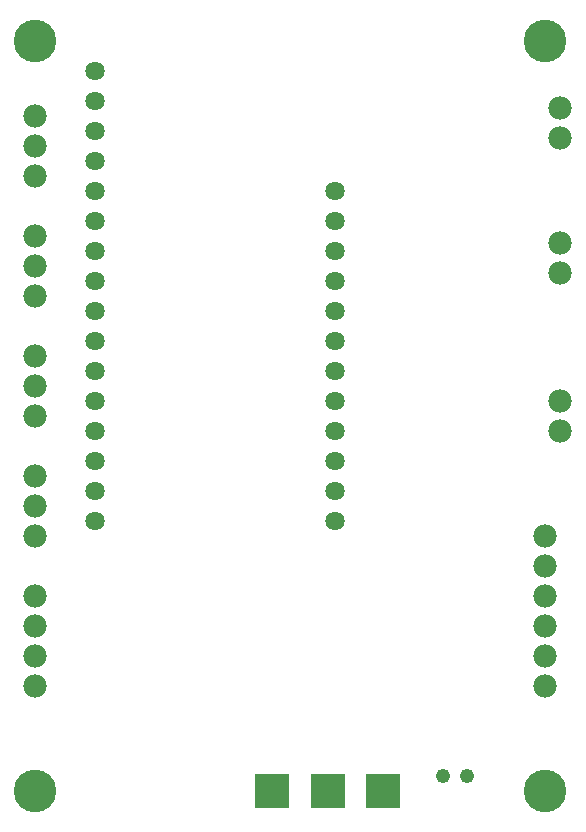
<source format=gbr>
G04 EAGLE Gerber X2 export*
%TF.Part,Single*%
%TF.FileFunction,Soldermask,Bot,1*%
%TF.FilePolarity,Negative*%
%TF.GenerationSoftware,Autodesk,EAGLE,9.1.1*%
%TF.CreationDate,2018-08-07T15:37:49Z*%
G75*
%MOMM*%
%FSLAX34Y34*%
%LPD*%
%AMOC8*
5,1,8,0,0,1.08239X$1,22.5*%
G01*
%ADD10C,3.606800*%
%ADD11C,1.981200*%
%ADD12C,1.631600*%
%ADD13C,1.209600*%
%ADD14R,2.882900X2.882900*%


D10*
X38100Y673100D03*
X469900Y673100D03*
X38100Y38100D03*
X469900Y38100D03*
D11*
X469900Y127000D03*
X469900Y152400D03*
X469900Y177800D03*
X469900Y203200D03*
X469900Y228600D03*
X469900Y254000D03*
X38100Y355600D03*
X38100Y381000D03*
X38100Y406400D03*
X38100Y254000D03*
X38100Y279400D03*
X38100Y304800D03*
X38100Y558800D03*
X38100Y584200D03*
X38100Y609600D03*
X38100Y457200D03*
X38100Y482600D03*
X38100Y508000D03*
X38100Y127000D03*
X38100Y152400D03*
X38100Y177800D03*
X38100Y203200D03*
D12*
X88900Y571500D03*
X88900Y596900D03*
X88900Y622300D03*
X88900Y647700D03*
X88900Y469900D03*
X88900Y495300D03*
X88900Y520700D03*
X88900Y546100D03*
X88900Y368300D03*
X88900Y393700D03*
X88900Y419100D03*
X88900Y444500D03*
X88900Y266700D03*
X88900Y292100D03*
X88900Y317500D03*
X88900Y342900D03*
X292100Y469900D03*
X292100Y495300D03*
X292100Y520700D03*
X292100Y546100D03*
X292100Y368300D03*
X292100Y393700D03*
X292100Y419100D03*
X292100Y444500D03*
X292100Y266700D03*
X292100Y292100D03*
X292100Y317500D03*
X292100Y342900D03*
D13*
X403700Y50800D03*
X383700Y50800D03*
D14*
X238760Y38100D03*
X285750Y38100D03*
X332740Y38100D03*
D11*
X482600Y501650D03*
X482600Y476250D03*
X482600Y615950D03*
X482600Y590550D03*
X482600Y342900D03*
X482600Y368300D03*
M02*

</source>
